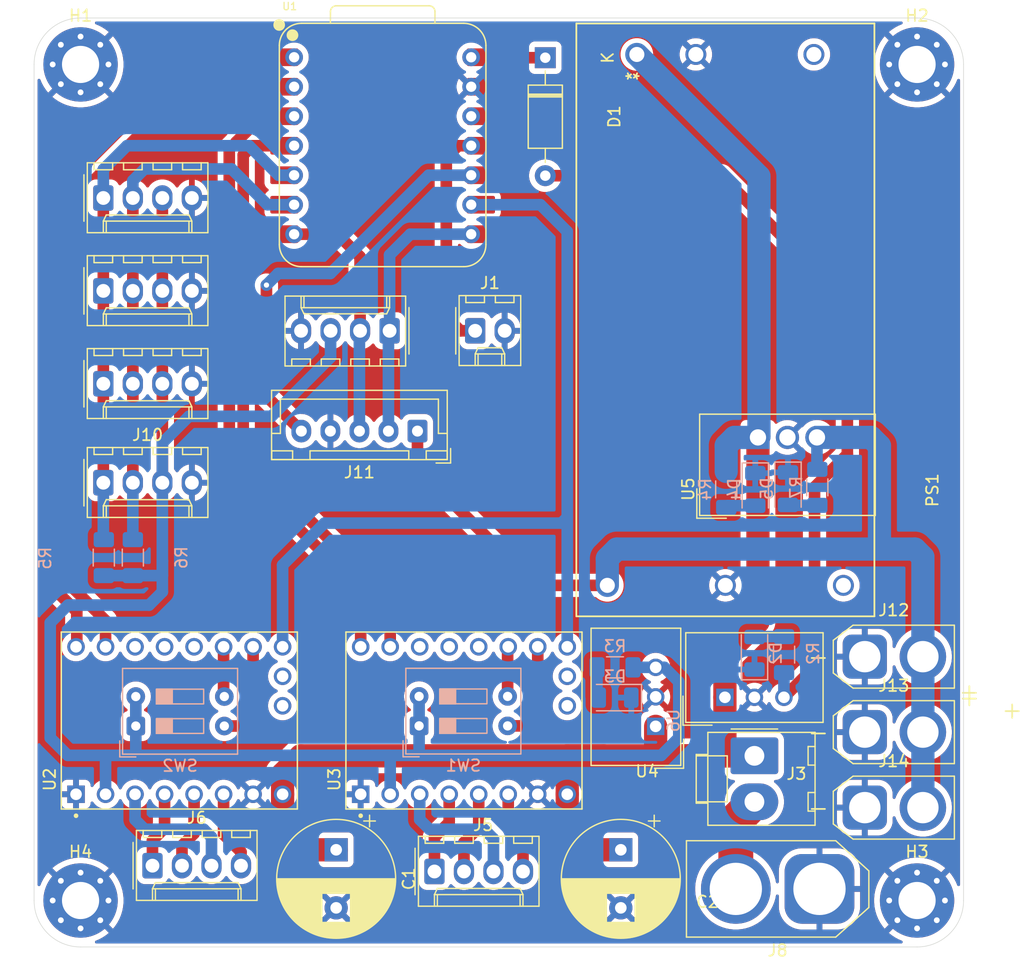
<source format=kicad_pcb>
(kicad_pcb (version 20241229) (generator "pcbnew") (generator_version "9.0")
  (layers (0 "F.Cu" signal) (2 "B.Cu" signal) (13 "F.Paste" user) (15 "B.Paste" user) (5 "F.SilkS" user "F.Silkscreen") (7 "B.SilkS" user "B.Silkscreen") (1 "F.Mask" user) (3 "B.Mask" user) (25 "Edge.Cuts" user))
  (net 0 "")
  (net 1 "+24V")
  (net 2 "Net-(D3-A)")
  (net 3 "Net-(D1-K)")
  (net 4 "+5V")
  (net 5 "GND")
  (net 6 "TIRETTE")
  (net 7 "+BATT")
  (net 8 "SCL")
  (net 9 "+3.3V")
  (net 10 "SDA")
  (net 11 "Net-(J5-Pin_4)")
  (net 12 "Net-(J5-Pin_3)")
  (net 13 "Net-(J5-Pin_2)")
  (net 14 "Net-(J5-Pin_1)")
  (net 15 "Net-(J6-Pin_4)")
  (net 16 "Net-(J6-Pin_1)")
  (net 17 "Net-(J6-Pin_2)")
  (net 18 "Net-(J6-Pin_3)")
  (net 19 "Net-(D4-A)")
  (net 20 "Net-(D2-A)")
  (net 21 "Net-(U3-MS1)")
  (net 22 "Net-(U3-MS2)")
  (net 23 "Net-(U2-MS1)")
  (net 24 "Net-(U2-MS2)")
  (net 25 "Net-(D5-A)")
  (net 26 "STEP G")
  (net 27 "EN")
  (net 28 "DIR D")
  (net 29 "STEP D")
  (net 30 "DIR G")
  (net 31 "+5VP")
  (net 34 "Lidar_PWM")
  (net 35 "RX-LIDAR")
  (net 37 "TX-LIDAR")
  (footprint "Connector_JST:JST_XH_B5B-XH-A_1x05_P2.50mm_Vertical" (layer "F.Cu") (at 151.5 84.074 180)
    (property "Reference" "J11")
    (property "Value" "LIDAR")
  )
  (footprint "Connector_Molex:Molex_KK-254_AE-6410-04A_1x04_P2.54mm_Vertical" (layer "F.Cu") (at 128.69 121.5)
    (property "Reference" "J6")
    (property "Value" "STEPPER G")
  )
  (footprint "MountingHole:MountingHole_3.2mm_M3_Pad_Via" (layer "F.Cu") (at 194.5 124.5)
    (property "Reference" "H3")
    (property "Value" "MountingHole_Pad")
  )
  (footprint "Converter_DCDC:Converter_DCDC_TRACO_TSR2-24xxN_TSR2-24xxxN_THT" (layer "F.Cu") (at 180.803708 84.619167 90)
    (property "Reference" "U5")
    (property "Value" "TSR2-2450N")
  )
  (footprint "TMC2209_SILENTSTEPSTICK:MODULE_TMC2209_SILENTSTEPSTICK" (layer "F.Cu") (at 155.5 109 90)
    (property "Reference" "U3")
    (property "Value" "TMC2209_SILENTSTEPSTICK")
  )
  (footprint "Connector_AMASS:AMASS_XT30U-F_1x02_P5.0mm_Vertical" (layer "F.Cu") (at 190 103.5)
    (property "Reference" "J12")
    (property "Value" "5vp")
  )
  (footprint "Connector_Molex:Molex_KK-254_AE-6410-02A_1x02_P2.54mm_Vertical" (layer "F.Cu") (at 156.464 75.438)
    (property "Reference" "J1")
    (property "Value" "tirette")
  )
  (footprint "Diode_THT:D_A-405_P10.16mm_Horizontal" (layer "F.Cu") (at 162.5 51.92 -90)
    (property "Reference" "D1")
    (property "Value" "D_Schottky")
  )
  (footprint "Capacitor_THT:CP_Radial_D10.0mm_P5.00mm" (layer "F.Cu") (at 144.5 120.132323 -90)
    (property "Reference" "C1")
    (property "Value" "100µF")
  )
  (footprint "Seeed Studio XIAO Series Library:XIAO-ESP32S3-DIP" (layer "F.Cu") (at 148.5 59.5)
    (property "Reference" "U1")
    (property "Value" "XIAO-ESP32-S3-DIP")
  )
  (footprint "Connector_AMASS:AMASS_XT30U-F_1x02_P5.0mm_Vertical" (layer "F.Cu") (at 190 110)
    (property "Reference" "J13")
    (property "Value" "5vp")
  )
  (footprint "Connector_Molex:Molex_KK-254_AE-6410-04A_1x04_P2.54mm_Vertical" (layer "F.Cu") (at 152.96 122)
    (property "Reference" "J5")
    (property "Value" "STEPPER D")
  )
  (footprint "MountingHole:MountingHole_3.2mm_M3_Pad_Via" (layer "F.Cu") (at 122.5 52.5)
    (property "Reference" "H1")
    (property "Value" "MountingHole_Pad")
  )
  (footprint "Connector_Molex:Molex_KK-254_AE-6410-04A_1x04_P2.54mm_Vertical" (layer "F.Cu") (at 149.098 75.438 180)
    (property "Reference" "J15" (hide yes))
    (property "Value" "ultrasonic sensor")
  )
  (footprint "Connector_AMASS:AMASS_XT60-M_1x02_P7.20mm_Vertical" (layer "F.Cu") (at 186.1 123.5 180)
    (property "Reference" "J8")
    (property "Value" "con BAT")
  )
  (footprint "Connector_Molex:Molex_KK-254_AE-6410-04A_1x04_P2.54mm_Vertical" (layer "F.Cu") (at 124.46 80)
    (property "Reference" "J9" (hide yes))
    (property "Value" "I2C Extension")
  )
  (footprint "MountingHole:MountingHole_3.2mm_M3_Pad_Via" (layer "F.Cu") (at 122.5 124.5)
    (property "Reference" "H4")
    (property "Value" "MountingHole_Pad")
  )
  (footprint "Converter_DCDC:Converter_DCDC_TRACO_TSR1-xxxxE_THT" (layer "F.Cu") (at 177.96 107 90)
    (property "Reference" "U6")
    (property "Value" "TSR1-2450E")
  )
  (footprint "Connector_Molex:Molex_KK-254_AE-6410-04A_1x04_P2.54mm_Vertical" (layer "F.Cu") (at 124.46 88.52)
    (property "Reference" "J10")
    (property "Value" "I2C Extension")
  )
  (footprint "TEN_50-2411:TEN50_TRP" (layer "F.Cu") (at 170.38 51.64 -90)
    (property "Reference" "PS1")
    (property "Value" "TEN_50-2411")
  )
  (footprint "Converter_DCDC:Converter_DCDC_TRACO_TSR1-xxxxE_THT" (layer "F.Cu") (at 172 109.5 180)
    (property "Reference" "U4")
    (property "Value" "TSR1-2433E" (hide yes))
  )
  (footprint "TMC2209_SILENTSTEPSTICK:MODULE_TMC2209_SILENTSTEPSTICK" (layer "F.Cu") (at 131 109 90)
    (property "Reference" "U2")
    (property "Value" "TMC2209_SILENTSTEPSTICK")
  )
  (footprint "Capacitor_THT:CP_Radial_D10.0mm_P5.00mm" (layer "F.Cu") (at 169 120.132323 -90)
    (property "Reference" "C2")
    (property "Value" "100µF")
  )
  (footprint "Connector_Molex:Molex_KK-254_AE-6410-04A_1x04_P2.54mm_Vertical" (layer "F.Cu") (at 124.46 72)
    (property "Reference" "J7" (hide yes))
    (property "Value" "I2C Extension")
  )
  (footprint "Connector_Molex:Molex_KK-396_A-41791-0002_1x02_P3.96mm_Vertical" (layer "F.Cu") (at 180.5 112.04 -90)
    (property "Reference" "J3")
    (property "Value" "BAU")
  )
  (footprint "MountingHole:MountingHole_3.2mm_M3_Pad_Via" (layer "F.Cu") (at 194.5 52.5)
    (property "Reference" "H2")
    (property "Value" "MountingHole_Pad")
  )
  (footprint "Connector_AMASS:AMASS_XT30U-F_1x02_P5.0mm_Vertical" (layer "F.Cu") (at 190 116.5)
    (property "Reference" "J14")
    (property "Value" "5vp")
  )
  (footprint "Connector_Molex:Molex_KK-254_AE-6410-04A_1x04_P2.54mm_Vertical" (layer "F.Cu") (at 124.46 64)
    (property "Reference" "J4" (hide yes))
    (property "Value" "oled I2C")
  )
  (footprint "Resistor_SMD:R_1206_3216Metric_Pad1.30x1.75mm_HandSolder" (layer "B.Cu") (at 168.5 104.420883 180)
    (property "Reference" "R3")
    (property "Value" "1k")
  )
  (footprint "LED_SMD:LED_1206_3216Metric" (layer "B.Cu") (at 180.574271 89.097229 -90)
    (property "Reference" "D4")
    (property "Value" "LED_Small")
  )
  (footprint "Resistor_SMD:R_1206_3216Metric_Pad1.30x1.75mm_HandSolder" (layer "B.Cu") (at 127 94.97 -90)
    (property "Reference" "R6")
    (property "Value" "1k")
  )
  (footprint "LED_SMD:LED_1206_3216Metric" (layer "B.Cu") (at 168.5 107.0275 180)
    (property "Reference" "D3")
    (property "Value" "LED_Small")
  )
  (footprint "Button_Switch_THT:SW_DIP_SPSTx02_Slide_9.78x7.26mm_W7.62mm_P2.54mm" (layer "B.Cu") (at 151.638 109.4615)
    (property "Reference" "SW1")
    (property "Value" "SW_DIP_x02")
  )
  (footprint "Resistor_SMD:R_1206_3216Metric_Pad1.30x1.75mm_HandSolder" (layer "B.Cu") (at 185.913708 88.919167 -90)
    (property "Reference" "R7")
    (property "Value" "1k")
  )
  (footprint "Resistor_SMD:R_1206_3216Metric_Pad1.30x1.75mm_HandSolder" (layer "B.Cu") (at 183.050459 103.324541 90)
    (property "Reference" "R2")
    (property "Value" "1k")
  )
  (footprint "Button_Switch_THT:SW_DIP_SPSTx02_Slide_9.78x7.26mm_W7.62mm_P2.54mm" (layer "B.Cu") (at 127.254 109.474)
    (property "Reference" "SW2")
    (property "Value" "SW_DIP_x02")
  )
  (footprint "Resistor_SMD:R_1206_3216Metric_Pad1.30x1.75mm_HandSolder" (layer "B.Cu") (at 124.5 94.97 -90)
    (property "Reference" "R5")
    (property "Value" "1k")
  )
  (footprint "LED_SMD:LED_1206_3216Metric" (layer "B.Cu") (at 183.388 89.03 -90)
    (property "Reference" "D5")
    (property "Value" "LED_Small")
  )
  (footprint "LED_SMD:LED_1206_3216Metric" (layer "B.Cu") (at 180.506711 103.205832 90)
    (property "Reference" "D2")
    (property "Value" "LED_Small")
  )
  (footprint "Resistor_SMD:R_1206_3216Metric_Pad1.30x1.75mm_HandSolder" (layer "B.Cu") (at 178.074271 89.097229 -90)
    (property "Reference" "R4")
    (property "Value" "1k")
  )
  (gr_arc (start 194.5 48.5) (mid 197.328427 49.671573) (end 198.5 52.5) (stroke (width 0.05)) (layer "Edge.Cuts"))
  (gr_arc (start 122.5 128.5) (mid 119.671573 127.328427) (end 118.5 124.5) (stroke (width 0.05)) (layer "Edge.Cuts"))
  (gr_arc (start 198.5 124.5) (mid 197.328427 127.328427) (end 194.5 128.5) (stroke (width 0.05)) (layer "Edge.Cuts"))
  (gr_line (start 194.5 128.5) (end 122.5 128.5) (stroke (width 0.05)) (layer "Edge.Cuts"))
  (gr_arc (start 118.5 52.5) (mid 119.671573 49.671573) (end 122.5 48.5) (stroke (width 0.05)) (layer "Edge.Cuts"))
  (gr_line (start 198.5 52.5) (end 198.5 124.5) (stroke (width 0.05)) (layer "Edge.Cuts"))
  (gr_line (start 122.5 48.5) (end 194.5 48.5) (stroke (width 0.05)) (layer "Edge.Cuts"))
  (gr_line (start 118.5 124.5) (end 118.5 52.5) (stroke (width 0.05)) (layer "Edge.Cuts"))
  (segment (start 176 112.04) (end 167.5 112.04) (width 2) (layer "F.Cu") (net 1))
  (segment (start 180.5 112.04) (end 176 112.04) (width 2) (layer "F.Cu") (net 1))
  (segment (start 177.96 107) (end 177.96 112.04) (width 2) (layer "F.Cu") (net 1))
  (segment (start 177.96 103.345) (end 180.803708 100.501292) (width 2) (layer "F.Cu") (net 1))
  (segment (start 167.5 112.04) (end 141.452 112.04) (width 2) (layer "F.Cu") (net 1))
  (segment (start 180.803708 100.501292) (end 180.803708 84.619167) (width 2) (layer "F.Cu") (net 1))
  (segment (start 144.5 120.132323) (end 141.341323 120.132323) (width 2) (layer "F.Cu") (net 1))
  (segment (start 139.89 118.681) (end 139.89 115.35) (width 2) (layer "F.Cu") (net 1))
  (segment (start 169 120.132323) (end 165.852323 120.132323) (width 2) (layer "F.Cu") (net 1))
  (segment (start 165.852323 120.132323) (end 164.39 118.67) (width 2) (layer "F.Cu") (net 1))
  (segment (start 177.96 107) (end 177.96 103.345) (width 2) (layer "F.Cu") (net 1))
  (segment (start 164.39 112.04) (end 167.5 112.04) (width 2) (layer "F.Cu") (net 1))
  (segment (start 164.39 115.35) (end 164.39 112.04) (width 2) (layer "F.Cu") (net 1))
  (segment (start 141.341323 120.132323) (end 139.89 118.681) (width 2) (layer "F.Cu") (net 1))
  (segment (start 172 112.04) (end 176 112.04) (width 2) (layer "F.Cu") (net 1))
  (segment (start 139.89 113.602) (end 139.89 115.35) (width 2) (layer "F.Cu") (net 1))
  (segment (start 141.452 112.04) (end 139.89 113.602) (width 2) (layer "F.Cu") (net 1))
  (segment (start 177.96 112.04) (end 180.5 112.04) (width 2) (layer "F.Cu") (net 1))
  (segment (start 172 109.5) (end 172 112.04) (width 2) (layer "F.Cu") (net 1))
  (segment (start 164.39 118.67) (end 164.39 115.35) (width 2) (layer "F.Cu") (net 1))
  (segment (start 180.803708 84.619167) (end 178.778833 84.619167) (width 2) (layer "B.Cu") (net 1))
  (segment (start 178.074271 85.323729) (end 178.074271 87.547229) (width 2) (layer "B.Cu") (net 1))
  (segment (start 180.803708 84.619167) (end 180.89 84.532875) (width 2) (layer "B.Cu") (net 1))
  (segment (start 178.778833 84.619167) (end 178.074271 85.323729) (width 2) (layer "B.Cu") (net 1))
  (segment (start 180.89 84.532875) (end 180.89 62.15) (width 2) (layer "B.Cu") (net 1))
  (segment (start 180.89 62.15) (end 170.38 51.64) (width 2) (layer "B.Cu") (net 1))
  (segment (start 166.95 106.8775) (end 167.1 107.0275) (width 1) (layer "B.Cu") (net 2))
  (segment (start 166.95 104.420883) (end 166.95 106.8775) (width 1) (layer "B.Cu") (net 2))
  (segment (start 156.16 51.92) (end 156.12 51.88) (width 1) (layer "F.Cu") (net 3))
  (segment (start 162.5 51.92) (end 156.16 51.92) (width 1) (layer "F.Cu") (net 3))
  (segment (start 162.5 62.08) (end 177.65 62.08) (width 1) (layer "F.Cu") (net 4))
  (segment (start 185.674 88.9) (end 185.674 104.366) (width 1) (layer "F.Cu") (net 4))
  (segment (start 188.5 72.93) (end 188.5 86.074) (width 1) (layer "F.Cu") (net 4))
  (segment (start 188.5 86.074) (end 185.674 88.9) (width 1) (layer "F.Cu") (net 4))
  (segment (start 185.674 104.366) (end 183.04 107) (width 1) (layer "F.Cu") (net 4))
  (segment (start 177.65 62.08) (end 188.5 72.93) (width 1) (layer "F.Cu") (net 4))
  (segment (start 183.04 107) (end 183.04 104.885) (width 1) (layer "B.Cu") (net 4))
  (segment (start 183.04 104.885) (end 183.050459 104.874541) (width 1) (layer "B.Cu") (net 4))
  (segment (start 155 59.5) (end 156.12 59.5) (width 1) (layer "F.Cu") (net 6))
  (segment (start 153.98 60.52) (end 155 59.5) (width 1) (layer "F.Cu") (net 6))
  (segment (start 155.194 75.438) (end 153.98 74.224) (width 1) (layer "F.Cu") (net 6))
  (segment (start 153.98 74.224) (end 153.98 60.52) (width 1) (layer "F.Cu") (net 6))
  (segment (start 156.464 75.438) (end 155.194 75.438) (width 1) (layer "F.Cu") (net 6))
  (segment (start 178.9 123.5) (end 178.9 117.6) (width 3) (layer "F.Cu") (net 7))
  (segment (start 178.9 117.6) (end 180.5 116) (width 3) (layer "F.Cu") (net 7))
  (segment (start 178.9 123.5) (end 179 123.5) (width 3) (layer "F.Cu") (net 7))
  (segment (start 127 88) (end 127 80) (width 1) (layer "F.Cu") (net 8))
  (segment (start 127 64) (end 127 72) (width 1) (layer "F.Cu") (net 8))
  (segment (start 127 80) (end 127 72) (width 1) (layer "F.Cu") (net 8))
  (segment (start 138.58 64.58) (end 140.88 64.58) (width 1) (layer "B.Cu") (net 8))
  (segment (start 135.5 61.5) (end 138.58 64.58) (width 1) (layer "B.Cu") (net 8))
  (segment (start 127 93.42) (end 127 88.52) (width 1) (layer "B.Cu") (net 8))
  (segment (start 127 64) (end 127 62.5) (width 1) (layer "B.Cu") (net 8))
  (segment (start 128 61.5) (end 135.5 61.5) (width 1) (layer "B.Cu") (net 8))
  (segment (start 127 62.5) (end 128 61.5) (width 1) (layer "B.Cu") (net 8))
  (segment (start 129.54 72) (end 129.54 80) (width 1) (layer "F.Cu") (net 9))
  (segment (start 129.54 80) (end 129.54 88) (width 1) (layer "F.Cu") (net 9))
  (segment (start 129.54 64) (end 129.54 72) (width 1) (layer "F.Cu") (net 9))
  (segment (start 121.412 99.06) (end 128.397 99.06) (width 1) (layer "B.Cu") (net 9))
  (segment (start 121.398 112) (end 119.888 110.49) (width 1) (layer "B.Cu") (net 9))
  (segment (start 149.15 112) (end 149.15 115.35) (width 1) (layer "B.Cu") (net 9))
  (segment (start 172.48 112) (end 151.638 112) (width 1) (layer "B.Cu") (net 9))
  (segment (start 138.938 82.804) (end 144.018 77.724) (width 1) (layer "B.Cu") (net 9))
  (segment (start 144 112) (end 147.5 112) (width 1) (layer "B.Cu") (net 9))
  (segment (start 172 104.42) (end 170.050883 104.42) (width 1) (layer "B.Cu") (net 9))
  (segment (start 128.397 99.06) (end 129.54 97.917) (width 1) (layer "B.Cu") (net 9))
  (segment (start 124.65 112) (end 121.398 112) (width 1) (layer "B.Cu") (net 9))
  (segment (start 173.99 110.49) (end 172.48 112) (width 1) (layer "B.Cu") (net 9))
  (segment (start 129.54 88.52) (end 129.54 85.09) (width 1) (layer "B.Cu") (net 9))
  (segment (start 129.54 96.52) (end 129.54 95.25) (width 1) (layer "B.Cu") (net 9))
  (segment (start 127 96.52) (end 129.54 96.52) (width 1) (layer "B.Cu") (net 9))
  (segment (start 119.888 110.49) (end 119.888 100.584) (width 1) (layer "B.Cu") (net 9))
  (segment (start 129.54 85.09) (end 131.826 82.804) (width 1) (layer "B.Cu") (net 9))
  (segment (start 124.5 96.52) (end 127 96.52) (width 1) (layer "B.Cu") (net 9))
  (segment (start 172 104.42) (end 172.746 104.42) (width 1) (layer "B.Cu") (net 9))
  (segment (start 127.254 112) (end 124.65 112) (width 1) (layer "B.Cu") (net 9))
  (segment (start 144 112) (end 127.254 112) (width 1) (layer "B.Cu") (net 9))
  (segment (start 144.018 77.724) (end 144.018 75.438) (width 1) (layer "B.Cu") (net 9))
  (segment (start 119.888 100.584) (end 121.412 99.06) (width 1) (layer "B.Cu") (net 9))
  (segment (start 151.638 106.9215) (end 151.638 109.4615) (width 1) (layer "B.Cu") (net 9))
  (segment (start 127.254 109.474) (end 127.254 112) (width 1) (layer "B.Cu") (net 9))
  (segment (start 173.99 105.664) (end 173.99 110.49) (width 1) (layer "B.Cu") (net 9))
  (segment (start 172.746 104.42) (end 173.99 105.664) (width 1) (layer "B.Cu") (net 9))
  (segment (start 127.254 106.934) (end 127.254 109.474) (width 1) (layer "B.Cu") (net 9))
  (segment (start 124.65 112) (end 124.65 115.35) (width 1) (layer "B.Cu") (net 9))
  (segment (start 151.638 109.4615) (end 151.638 112) (width 1) (layer "B.Cu") (net 9))
  (segment (start 151.638 112) (end 147.5 112) (width 1) (layer "B.Cu") (net 9))
  (segment (start 129.54 95.25) (end 129.54 88.52) (width 1) (layer "B.Cu") (net 9))
  (segment (start 147.5 112) (end 149.15 112) (width 1) (layer "B.Cu") (net 9))
  (segment (start 131.826 82.804) (end 138.938 82.804) (width 1) (layer "B.Cu") (net 9))
  (segment (start 170.050883 104.42) (end 170.05 104.420883) (width 1) (layer "B.Cu") (net 9))
  (segment (start 129.54 97.917) (end 129.54 95.25) (width 1) (layer "B.Cu") (net 9))
  (segment (start 124.46 72) (end 124.46 64) (width 1) (layer "F.Cu") (net 10))
  (segment (start 124.46 88) (end 124.46 80) (width 1) (layer "F.Cu") (net 10))
  (segment (start 124.46 72) (end 124.46 80) (width 1) (layer "F.Cu") (net 10))
  (segment (start 124.46 61.54) (end 126.5 59.5) (width 1) (layer "B.Cu") (net 10))
  (segment (start 124.46 64) (end 124.46 61.54) (width 1) (layer "B.Cu") (net 10))
  (segment (start 124.46 93.38) (end 124.5 93.42) (width 1) (layer "B.Cu") (net 10))
  (segment (start 124.46 88.52) (end 124.46 93.38) (width 1) (layer "B.Cu") (net 10))
  (segment (start 139.54 62.04) (end 140.88 62.04) (width 1) (layer "B.Cu") (net 10))
  (segment (start 126.5 59.5) (end 137 59.5) (width 1) (layer "B.Cu") (net 10))
  (segment (start 137 59.5) (end 139.54 62.04) (width 1) (layer "B.Cu") (net 10))
  (segment (start 159.31 118.31) (end 160.58 119.58) (width 1) (layer "F.Cu") (net 11))
  (segment (start 160.58 119.58) (end 160.58 122) (width 1) (layer "F.Cu") (net 11))
  (segment (start 159.31 115.35) (end 159.31 118.31) (width 1) (layer "F.Cu") (net 11))
  (segment (start 152.527 118.364) (end 157.226 118.364) (width 1) (layer "B.Cu") (net 12))
  (segment (start 151.69 117.527) (end 152.527 118.364) (width 1) (layer "B.Cu") (net 12))
  (segment (start 151.69 115.35) (end 151.69 117.527) (width 1) (layer "B.Cu") (net 12))
  (segment (start 157.226 118.364) (end 158.04 119.178) (width 1) (layer "B.Cu") (net 12))
  (segment (start 158.04 119.178) (end 158.04 122) (width 1) (layer "B.Cu") (net 12))
  (segment (start 156.77 115.35) (end 156.77 118.23) (width 1) (layer "F.Cu") (net 13))
  (segment (start 156.77 118.23) (end 155.5 119.5) (width 1) (layer "F.Cu") (net 13))
  (segment (start 155.5 119.5) (end 155.5 122) (width 1) (layer "F.Cu") (net 13))
  (segment (start 154.23 115.35) (end 154.23 117.77) (width 1) (layer "F.Cu") (net 14))
  (segment (start 154.23 117.77) (end 152.96 119.04) (width 1) (layer "F.Cu") (net 14))
  (segment (start 152.96 119.04) (end 152.96 122) (width 1) (layer "F.Cu") (net 14))
  (segment (start 136.31 120.31) (end 136.31 121.73) (width 1) (layer "F.Cu") (net 15))
  (segment (start 134.81 118.81) (end 136.31 120.31) (width 1) (layer "F.Cu") (net 15))
  (segment (start 134.81 115.35) (end 134.81 118.81) (width 1) (layer "F.Cu") (net 15))
  (segment (start 129.73 118.27) (end 128.69 119.31) (width 1) (layer "F.Cu") (net 16))
  (segment (start 129.73 115.35) (end 129.73 118.27) (width 1) (layer "F.Cu") (net 16))
  (segment (start 128.69 119.31) (end 128.69 121.73) (width 1) (layer "F.Cu") (net 16))
  (segment (start 132.27 115.35) (end 132.27 118.73) (width 1) (layer "F.Cu") (net 17))
  (segment (start 132.27 118.73) (end 131.23 119.77) (width 1) (layer "F.Cu") (net 17))
  (segment (start 131.23 121.73) (end 131.5 121.46) (width 1) (layer "F.Cu") (net 17))
  (segment (start 131.23 119.77) (end 131.23 121.73) (width 1) (layer "F.Cu") (net 17))
  (segment (start 127.19 117.538) (end 128.016 118.364) (width 1) (layer "B.Cu") (net 18))
  (segment (start 133.77 119.038) (end 133.77 121.5) (width 1) (layer "B.Cu") (net 18))
  (segment (start 127.19 115.35) (end 127.19 117.538) (width 1) (layer "B.Cu") (net 18))
  (segment (start 128.016 118.364) (end 133.096 118.364) (width 1) (layer "B.Cu") (net 18))
  (segment (start 133.096 118.364) (end 133.77 119.038) (width 1) (layer "B.Cu") (net 18))
  (segment (start 178.224271 90.497229) (end 178.074271 90.647229) (width 1) (layer "B.Cu") (net 19))
  (segment (start 180.574271 90.497229) (end 178.224271 90.497229) (width 1) (layer "B.Cu") (net 19))
  (segment (start 183.050459 101.774541) (end 180.538002 101.774541) (width 1) (layer "B.Cu") (net 20))
  (segment (start 180.538002 101.774541) (end 180.506711 101.805832) (width 1) (layer "B.Cu") (net 20))
  (segment (start 159.258 109.4615) (end 160.5405 109.4615) (width 1) (layer "F.Cu") (net 21))
  (segment (start 160.5405 109.4615) (end 161.85 108.152) (width 1) (layer "F.Cu") (net 21))
  (segment (start 161.85 108.152) (end 161.85 102.65) (width 1) (layer "F.Cu") (net 21))
  (segment (start 159.3525 102.6075) (end 159.31 102.65) (width 1) (layer "F.Cu") (net 22))
  (segment (start 159.258 106.9215) (end 159.258 102.702) (width 1) (layer "F.Cu") (net 22))
  (segment (start 159.258 102.702) (end 159.31 102.65) (width 1) (layer "F.Cu") (net 22))
  (segment (start 134.874 109.474) (end 136.144 109.474) (width 1) (layer "F.Cu") (net 23))
  (segment (start 136.144 109.474) (end 137.35 108.268) (width 1) (layer "F.Cu") (net 23))
  (segment (start 137.35 108.268) (end 137.35 102.65) (width 1) (layer "F.Cu") (net 23))
  (segment (start 134.81 102.65) (end 134.81 106.87) (width 1) (layer "F.Cu") (net 24))
  (segment (start 134.8525 102.6075) (end 134.81 102.65) (width 1) (layer "F.Cu") (net 24))
  (segment (start 134.81 106.87) (end 134.874 106.934) (width 1) (layer "F.Cu") (net 24))
  (segment (start 185.913708 90.469167) (end 183.427167 90.469167) (width 1) (layer "B.Cu") (net 25))
  (segment (start 183.427167 90.469167) (end 183.388 90.43) (width 1) (layer "B.Cu") (net 25))
  (segment (start 129.58 54.42) (end 140.045 54.42) (width 1) (layer "F.Cu") (net 26))
  (segment (start 122 97.743) (end 122 62) (width 1) (layer "F.Cu") (net 26))
  (segment (start 124.65 102.65) (end 124.65 100.393) (width 1) (layer "F.Cu") (net 26))
  (segment (start 122 62) (end 129.58 54.42) (width 1) (layer "F.Cu") (net 26))
  (segment (start 124.65 100.393) (end 122 97.743) (width 1) (layer "F.Cu") (net 26))
  (segment (start 164.39 91.5) (end 163.89 92) (width 1) (layer "B.Cu") (net 27))
  (segment (start 143.5 92) (end 139.89 95.61) (width 1) (layer "B.Cu") (net 27))
  (segment (start 139.89 95.61) (end 139.89 102.65) (width 1) (layer "B.Cu") (net 27))
  (segment (start 164.39 66.89) (end 164.39 93.89) (width 1) (layer "B.Cu") (net 27))
  (segment (start 164.39 102.65) (end 164.39 93.89) (width 1) (layer "B.Cu") (net 27))
  (segment (start 163.89 92) (end 143.5 92) (width 1) (layer "B.Cu") (net 27))
  (segment (start 162.08 64.58) (end 164.39 66.89) (width 1) (layer "B.Cu") (net 27))
  (segment (start 156.12 64.58) (end 162.08 64.58) (width 1) (layer "B.Cu") (net 27))
  (segment (start 138.112 56.96) (end 135.89 59.182) (width 1) (layer "F.Cu") (net 28))
  (segment (start 146.61 97.80847) (end 146.61 102.65) (width 1) (layer "F.Cu") (net 28))
  (segment (start 140.88 56.96) (end 138.112 56.96) (width 1) (layer "F.Cu") (net 28))
  (segment (start 135.89 59.182) (end 135.89 59.20953) (width 1) (layer "F.Cu") (net 28))
  (segment (start 135.299 59.80053) (end 135.299 86.49747) (width 1) (layer "F.Cu") (net 28))
  (segment (start 135.89 59.20953) (end 135.299 59.80053) (width 1) (layer "F.Cu") (net 28))
  (segment (start 135.299 86.49747) (end 146.61 97.80847) (width 1) (layer "F.Cu") (net 28))
  (segment (start 149.15 98.65) (end 136.5 86) (width 1) (layer "F.Cu") (net 29))
  (segment (start 149.15 102.65) (end 149.15 98.65) (width 1) (layer "F.Cu") (net 29))
  (segment (start 136.5 60.298) (end 137.298 59.5) (width 1) (layer "F.Cu") (net 29))
  (segment (start 136.5 86) (end 136.5 60.298) (width 1) (layer "F.Cu") (net 29))
  (segment (start 137.298 59.5) (end 140.045 59.5) (width 1) (layer "F.Cu") (net 29))
  (segment (start 120.799001 61.502529) (end 130.42153 51.88) (width 1) (layer "F.Cu") (net 30))
  (segment (start 120.799 98.24047) (end 120.799001 61.502529) (width 1) (layer "F.Cu") (net 30))
  (segment (start 122.174 99.61547) (end 120.799 98.24047) (width 1) (layer "F.Cu") (net 30))
  (segment (start 130.42153 51.88) (end 140.045 51.88) (width 1) (layer "F.Cu") (net 30))
  (segment (start 122.11 102.65) (end 122.174 102.586) (width 1) (layer "F.Cu") (net 30))
  (segment (start 122.174 102.586) (end 122.174 99.61547) (width 1) (layer "F.Cu") (net 30))
  (segment (start 151.5 84.074) (end 151.5 87.238) (width 1) (layer "F.Cu") (net 31))
  (segment (start 151.5 87.238) (end 161.622 97.36) (width 1) (layer "F.Cu") (net 31))
  (segment (start 161.622 97.36) (end 167.84 97.36) (width 1) (layer "F.Cu") (net 31))
  (segment (start 168.656 94.234) (end 167.84 95.05) (width 2) (layer "B.Cu") (net 31))
  (segment (start 195 103.5) (end 195 110) (width 2) (layer "B.Cu") (net 31))
  (segment (start 191.262 85.344) (end 190.537167 84.619167) (width 2) (layer "B.Cu") (net 31))
  (segment (start 195 103.5) (end 195 94.924) (width 2) (layer "B.Cu") (net 31))
  (segment (start 191.262 94.234) (end 191.262 85.344) (width 2) (layer "B.Cu") (net 31))
  (segment (start 195 94.924) (end 194.31 94.234) (width 2) (layer "B.Cu") (net 31))
  (segment (start 194.31 94.234) (end 191.262 94.234) (width 2) (layer "B.Cu") (net 31))
  (segment (start 190.537167 84.619167) (end 185.883708 84.619167) (width 2) (layer "B.Cu") (net 31))
  (segment (start 195 110) (end 195 116.5) (width 2) (layer "B.Cu") (net 31))
  (segment (start 167.84 95.05) (end 167.84 97.36) (width 2) (layer "B.Cu") (net 31))
  (segment (start 185.883708 84.619167) (end 185.883708 87.339167) (width 1) (layer "B.Cu") (net 31))
  (segment (start 185.883708 87.339167) (end 185.913708 87.369167) (width 1) (layer "B.Cu") (net 31))
  (segment (start 191.262 94.234) (end 168.656 94.234) (width 2) (layer "B.Cu") (net 31))
  (segment (start 138.5 81.074) (end 141.5 84.074) (width 1) (layer "F.Cu") (net 34))
  (segment (start 138.5 71.5) (end 138.5 81.074) (width 1) (layer "F.Cu") (net 34))
  (via (at 138.5 71.5) (size 1) (drill 0.45) (layers "F.Cu" "B.Cu") (net 34))
  (segment (start 156.12 62.04) (end 152.46 62.04) (width 1) (layer "B.Cu") (net 34))
  (segment (start 139.5 70.5) (end 138.5 71.5) (width 1) (layer "B.Cu") (net 34))
  (segment (start 144 70.5) (end 139.5 70.5) (width 1) (layer "B.Cu") (net 34))
  (segment (start 152.46 62.04) (end 144 70.5) (width 1) (layer "B.Cu") (net 34))
  (segment (start 146.558 69.058) (end 146.558 75.438) (width 1) (layer "F.Cu") (net 35))
  (segment (start 140.88 67.12) (end 144.62 67.12) (width 1) (layer "F.Cu") (net 35))
  (segment (start 144.62 67.12) (end 146.558 69.058) (width 1) (layer "F.Cu") (net 35))
  (segment (start 146.558 75.83) (end 146.558 75.438) (width 1) (layer "B.Cu") (net 35))
  (segment (start 146.5 84.074) (end 146.5 75.888) (width 1) (layer "B.Cu") (net 35))
  (segment (start 146.5 75.888) (end 146.558 75.83) (width 1) (layer "B.Cu") (net 35))
  (segment (start 150.88 67.12) (end 149.098 68.902) (width 1) (layer "B.Cu") (net 37))
  (segment (start 149.098 68.902) (end 149.098 75.438) (width 1) (layer "B.Cu") (net 37))
  (segment (start 149.098 75.438) (end 149.098 75.75) (width 1) (layer "B.Cu") (net 37))
  (segment (start 149.098 75.75) (end 149 75.848) (width 1) (layer "B.Cu") (net 37))
  (segment (start 149 75.848) (end 149 84.074) (width 1) (layer "B.Cu") (net 37))
  (segment (start 156.12 67.12) (end 150.88 67.12) (width 1) (layer "B.Cu") (net 37))
  (zone (net 5) (net_name "GND") (layers "F.Cu" "B.Cu") (connect_pads (clearance 0.5)) (min_thickness 0.25) (fill yes (thermal_gap 0.5) (thermal_bridge_width 0.5))
    (polygon (pts (xy 118 48) (xy 118 129) (xy 199 129) (xy 199 48)))
  )
)
</source>
